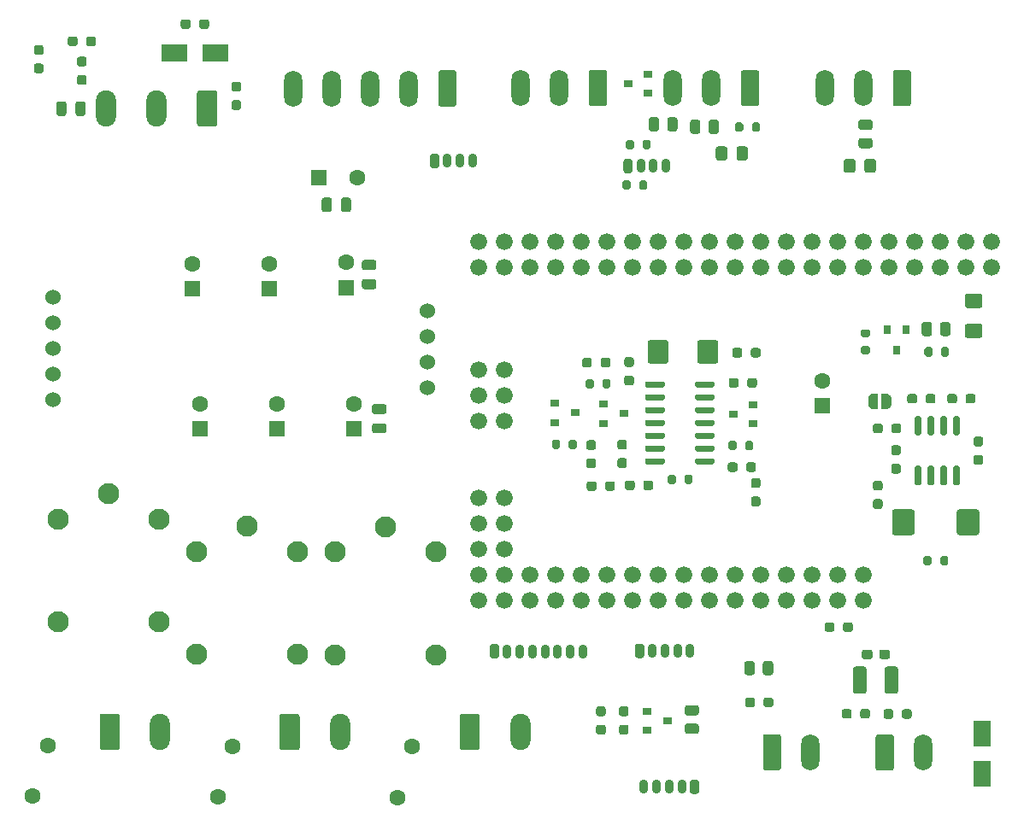
<source format=gbr>
%TF.GenerationSoftware,KiCad,Pcbnew,(5.1.9)-1*%
%TF.CreationDate,2021-04-23T08:11:54+03:00*%
%TF.ProjectId,Car_bs_controller_nex_mega,4361725f-6273-45f6-936f-6e74726f6c6c,rev?*%
%TF.SameCoordinates,Original*%
%TF.FileFunction,Soldermask,Bot*%
%TF.FilePolarity,Negative*%
%FSLAX46Y46*%
G04 Gerber Fmt 4.6, Leading zero omitted, Abs format (unit mm)*
G04 Created by KiCad (PCBNEW (5.1.9)-1) date 2021-04-23 08:11:54*
%MOMM*%
%LPD*%
G01*
G04 APERTURE LIST*
%ADD10C,1.600000*%
%ADD11R,1.600000X1.600000*%
%ADD12C,0.100000*%
%ADD13C,2.100000*%
%ADD14C,1.524000*%
%ADD15O,0.900000X1.400000*%
%ADD16R,0.800000X0.900000*%
%ADD17C,1.676400*%
%ADD18O,2.000000X3.600000*%
%ADD19O,1.800000X3.600000*%
%ADD20R,0.900000X0.800000*%
%ADD21R,1.800000X2.500000*%
%ADD22R,2.500000X1.800000*%
G04 APERTURE END LIST*
%TO.C,L4*%
G36*
G01*
X152740200Y-75922500D02*
X153990200Y-75922500D01*
G75*
G02*
X154240200Y-76172500I0J-250000D01*
G01*
X154240200Y-77097500D01*
G75*
G02*
X153990200Y-77347500I-250000J0D01*
G01*
X152740200Y-77347500D01*
G75*
G02*
X152490200Y-77097500I0J250000D01*
G01*
X152490200Y-76172500D01*
G75*
G02*
X152740200Y-75922500I250000J0D01*
G01*
G37*
G36*
G01*
X152740200Y-72947500D02*
X153990200Y-72947500D01*
G75*
G02*
X154240200Y-73197500I0J-250000D01*
G01*
X154240200Y-74122500D01*
G75*
G02*
X153990200Y-74372500I-250000J0D01*
G01*
X152740200Y-74372500D01*
G75*
G02*
X152490200Y-74122500I0J250000D01*
G01*
X152490200Y-73197500D01*
G75*
G02*
X152740200Y-72947500I250000J0D01*
G01*
G37*
%TD*%
%TO.C,C34*%
G36*
G01*
X125987900Y-79639600D02*
X125987900Y-77789600D01*
G75*
G02*
X126237900Y-77539600I250000J0D01*
G01*
X127812900Y-77539600D01*
G75*
G02*
X128062900Y-77789600I0J-250000D01*
G01*
X128062900Y-79639600D01*
G75*
G02*
X127812900Y-79889600I-250000J0D01*
G01*
X126237900Y-79889600D01*
G75*
G02*
X125987900Y-79639600I0J250000D01*
G01*
G37*
G36*
G01*
X121062900Y-79639600D02*
X121062900Y-77789600D01*
G75*
G02*
X121312900Y-77539600I250000J0D01*
G01*
X122887900Y-77539600D01*
G75*
G02*
X123137900Y-77789600I0J-250000D01*
G01*
X123137900Y-79639600D01*
G75*
G02*
X122887900Y-79889600I-250000J0D01*
G01*
X121312900Y-79889600D01*
G75*
G02*
X121062900Y-79639600I0J250000D01*
G01*
G37*
%TD*%
%TO.C,C33*%
G36*
G01*
X124720400Y-91638800D02*
X124720400Y-91088800D01*
G75*
G02*
X124920400Y-90888800I200000J0D01*
G01*
X125320400Y-90888800D01*
G75*
G02*
X125520400Y-91088800I0J-200000D01*
G01*
X125520400Y-91638800D01*
G75*
G02*
X125320400Y-91838800I-200000J0D01*
G01*
X124920400Y-91838800D01*
G75*
G02*
X124720400Y-91638800I0J200000D01*
G01*
G37*
G36*
G01*
X123070400Y-91638800D02*
X123070400Y-91088800D01*
G75*
G02*
X123270400Y-90888800I200000J0D01*
G01*
X123670400Y-90888800D01*
G75*
G02*
X123870400Y-91088800I0J-200000D01*
G01*
X123870400Y-91638800D01*
G75*
G02*
X123670400Y-91838800I-200000J0D01*
G01*
X123270400Y-91838800D01*
G75*
G02*
X123070400Y-91638800I0J200000D01*
G01*
G37*
%TD*%
%TO.C,R66*%
G36*
G01*
X130830500Y-90382100D02*
X130830500Y-89907100D01*
G75*
G02*
X131068000Y-89669600I237500J0D01*
G01*
X131568000Y-89669600D01*
G75*
G02*
X131805500Y-89907100I0J-237500D01*
G01*
X131805500Y-90382100D01*
G75*
G02*
X131568000Y-90619600I-237500J0D01*
G01*
X131068000Y-90619600D01*
G75*
G02*
X130830500Y-90382100I0J237500D01*
G01*
G37*
G36*
G01*
X129005500Y-90382100D02*
X129005500Y-89907100D01*
G75*
G02*
X129243000Y-89669600I237500J0D01*
G01*
X129743000Y-89669600D01*
G75*
G02*
X129980500Y-89907100I0J-237500D01*
G01*
X129980500Y-90382100D01*
G75*
G02*
X129743000Y-90619600I-237500J0D01*
G01*
X129243000Y-90619600D01*
G75*
G02*
X129005500Y-90382100I0J237500D01*
G01*
G37*
%TD*%
%TO.C,R65*%
G36*
G01*
X131537700Y-93058160D02*
X132012700Y-93058160D01*
G75*
G02*
X132250200Y-93295660I0J-237500D01*
G01*
X132250200Y-93795660D01*
G75*
G02*
X132012700Y-94033160I-237500J0D01*
G01*
X131537700Y-94033160D01*
G75*
G02*
X131300200Y-93795660I0J237500D01*
G01*
X131300200Y-93295660D01*
G75*
G02*
X131537700Y-93058160I237500J0D01*
G01*
G37*
G36*
G01*
X131537700Y-91233160D02*
X132012700Y-91233160D01*
G75*
G02*
X132250200Y-91470660I0J-237500D01*
G01*
X132250200Y-91970660D01*
G75*
G02*
X132012700Y-92208160I-237500J0D01*
G01*
X131537700Y-92208160D01*
G75*
G02*
X131300200Y-91970660I0J237500D01*
G01*
X131300200Y-91470660D01*
G75*
G02*
X131537700Y-91233160I237500J0D01*
G01*
G37*
%TD*%
%TO.C,R57*%
G36*
G01*
X132542000Y-113704500D02*
X132542000Y-113229500D01*
G75*
G02*
X132779500Y-112992000I237500J0D01*
G01*
X133279500Y-112992000D01*
G75*
G02*
X133517000Y-113229500I0J-237500D01*
G01*
X133517000Y-113704500D01*
G75*
G02*
X133279500Y-113942000I-237500J0D01*
G01*
X132779500Y-113942000D01*
G75*
G02*
X132542000Y-113704500I0J237500D01*
G01*
G37*
G36*
G01*
X130717000Y-113704500D02*
X130717000Y-113229500D01*
G75*
G02*
X130954500Y-112992000I237500J0D01*
G01*
X131454500Y-112992000D01*
G75*
G02*
X131692000Y-113229500I0J-237500D01*
G01*
X131692000Y-113704500D01*
G75*
G02*
X131454500Y-113942000I-237500J0D01*
G01*
X130954500Y-113942000D01*
G75*
G02*
X130717000Y-113704500I0J237500D01*
G01*
G37*
%TD*%
%TO.C,R55*%
G36*
G01*
X64600900Y-47692300D02*
X64600900Y-48167300D01*
G75*
G02*
X64363400Y-48404800I-237500J0D01*
G01*
X63863400Y-48404800D01*
G75*
G02*
X63625900Y-48167300I0J237500D01*
G01*
X63625900Y-47692300D01*
G75*
G02*
X63863400Y-47454800I237500J0D01*
G01*
X64363400Y-47454800D01*
G75*
G02*
X64600900Y-47692300I0J-237500D01*
G01*
G37*
G36*
G01*
X66425900Y-47692300D02*
X66425900Y-48167300D01*
G75*
G02*
X66188400Y-48404800I-237500J0D01*
G01*
X65688400Y-48404800D01*
G75*
G02*
X65450900Y-48167300I0J237500D01*
G01*
X65450900Y-47692300D01*
G75*
G02*
X65688400Y-47454800I237500J0D01*
G01*
X66188400Y-47454800D01*
G75*
G02*
X66425900Y-47692300I0J-237500D01*
G01*
G37*
%TD*%
%TO.C,R54*%
G36*
G01*
X64786500Y-51273900D02*
X65261500Y-51273900D01*
G75*
G02*
X65499000Y-51511400I0J-237500D01*
G01*
X65499000Y-52011400D01*
G75*
G02*
X65261500Y-52248900I-237500J0D01*
G01*
X64786500Y-52248900D01*
G75*
G02*
X64549000Y-52011400I0J237500D01*
G01*
X64549000Y-51511400D01*
G75*
G02*
X64786500Y-51273900I237500J0D01*
G01*
G37*
G36*
G01*
X64786500Y-49448900D02*
X65261500Y-49448900D01*
G75*
G02*
X65499000Y-49686400I0J-237500D01*
G01*
X65499000Y-50186400D01*
G75*
G02*
X65261500Y-50423900I-237500J0D01*
G01*
X64786500Y-50423900D01*
G75*
G02*
X64549000Y-50186400I0J237500D01*
G01*
X64549000Y-49686400D01*
G75*
G02*
X64786500Y-49448900I237500J0D01*
G01*
G37*
%TD*%
%TO.C,R50*%
G36*
G01*
X118941860Y-114830680D02*
X118466860Y-114830680D01*
G75*
G02*
X118229360Y-114593180I0J237500D01*
G01*
X118229360Y-114093180D01*
G75*
G02*
X118466860Y-113855680I237500J0D01*
G01*
X118941860Y-113855680D01*
G75*
G02*
X119179360Y-114093180I0J-237500D01*
G01*
X119179360Y-114593180D01*
G75*
G02*
X118941860Y-114830680I-237500J0D01*
G01*
G37*
G36*
G01*
X118941860Y-116655680D02*
X118466860Y-116655680D01*
G75*
G02*
X118229360Y-116418180I0J237500D01*
G01*
X118229360Y-115918180D01*
G75*
G02*
X118466860Y-115680680I237500J0D01*
G01*
X118941860Y-115680680D01*
G75*
G02*
X119179360Y-115918180I0J-237500D01*
G01*
X119179360Y-116418180D01*
G75*
G02*
X118941860Y-116655680I-237500J0D01*
G01*
G37*
%TD*%
%TO.C,R49*%
G36*
G01*
X116206260Y-115689560D02*
X116681260Y-115689560D01*
G75*
G02*
X116918760Y-115927060I0J-237500D01*
G01*
X116918760Y-116427060D01*
G75*
G02*
X116681260Y-116664560I-237500J0D01*
G01*
X116206260Y-116664560D01*
G75*
G02*
X115968760Y-116427060I0J237500D01*
G01*
X115968760Y-115927060D01*
G75*
G02*
X116206260Y-115689560I237500J0D01*
G01*
G37*
G36*
G01*
X116206260Y-113864560D02*
X116681260Y-113864560D01*
G75*
G02*
X116918760Y-114102060I0J-237500D01*
G01*
X116918760Y-114602060D01*
G75*
G02*
X116681260Y-114839560I-237500J0D01*
G01*
X116206260Y-114839560D01*
G75*
G02*
X115968760Y-114602060I0J237500D01*
G01*
X115968760Y-114102060D01*
G75*
G02*
X116206260Y-113864560I237500J0D01*
G01*
G37*
%TD*%
%TO.C,R42*%
G36*
G01*
X145401000Y-114377500D02*
X145401000Y-114852500D01*
G75*
G02*
X145163500Y-115090000I-237500J0D01*
G01*
X144663500Y-115090000D01*
G75*
G02*
X144426000Y-114852500I0J237500D01*
G01*
X144426000Y-114377500D01*
G75*
G02*
X144663500Y-114140000I237500J0D01*
G01*
X145163500Y-114140000D01*
G75*
G02*
X145401000Y-114377500I0J-237500D01*
G01*
G37*
G36*
G01*
X147226000Y-114377500D02*
X147226000Y-114852500D01*
G75*
G02*
X146988500Y-115090000I-237500J0D01*
G01*
X146488500Y-115090000D01*
G75*
G02*
X146251000Y-114852500I0J237500D01*
G01*
X146251000Y-114377500D01*
G75*
G02*
X146488500Y-114140000I237500J0D01*
G01*
X146988500Y-114140000D01*
G75*
G02*
X147226000Y-114377500I0J-237500D01*
G01*
G37*
%TD*%
%TO.C,R39*%
G36*
G01*
X141271000Y-114362500D02*
X141271000Y-114837500D01*
G75*
G02*
X141033500Y-115075000I-237500J0D01*
G01*
X140533500Y-115075000D01*
G75*
G02*
X140296000Y-114837500I0J237500D01*
G01*
X140296000Y-114362500D01*
G75*
G02*
X140533500Y-114125000I237500J0D01*
G01*
X141033500Y-114125000D01*
G75*
G02*
X141271000Y-114362500I0J-237500D01*
G01*
G37*
G36*
G01*
X143096000Y-114362500D02*
X143096000Y-114837500D01*
G75*
G02*
X142858500Y-115075000I-237500J0D01*
G01*
X142358500Y-115075000D01*
G75*
G02*
X142121000Y-114837500I0J237500D01*
G01*
X142121000Y-114362500D01*
G75*
G02*
X142358500Y-114125000I237500J0D01*
G01*
X142858500Y-114125000D01*
G75*
G02*
X143096000Y-114362500I0J-237500D01*
G01*
G37*
%TD*%
%TO.C,R35*%
G36*
G01*
X140425000Y-106237500D02*
X140425000Y-105762500D01*
G75*
G02*
X140662500Y-105525000I237500J0D01*
G01*
X141162500Y-105525000D01*
G75*
G02*
X141400000Y-105762500I0J-237500D01*
G01*
X141400000Y-106237500D01*
G75*
G02*
X141162500Y-106475000I-237500J0D01*
G01*
X140662500Y-106475000D01*
G75*
G02*
X140425000Y-106237500I0J237500D01*
G01*
G37*
G36*
G01*
X138600000Y-106237500D02*
X138600000Y-105762500D01*
G75*
G02*
X138837500Y-105525000I237500J0D01*
G01*
X139337500Y-105525000D01*
G75*
G02*
X139575000Y-105762500I0J-237500D01*
G01*
X139575000Y-106237500D01*
G75*
G02*
X139337500Y-106475000I-237500J0D01*
G01*
X138837500Y-106475000D01*
G75*
G02*
X138600000Y-106237500I0J237500D01*
G01*
G37*
%TD*%
%TO.C,R30*%
G36*
G01*
X145206900Y-86546700D02*
X145206900Y-86071700D01*
G75*
G02*
X145444400Y-85834200I237500J0D01*
G01*
X145944400Y-85834200D01*
G75*
G02*
X146181900Y-86071700I0J-237500D01*
G01*
X146181900Y-86546700D01*
G75*
G02*
X145944400Y-86784200I-237500J0D01*
G01*
X145444400Y-86784200D01*
G75*
G02*
X145206900Y-86546700I0J237500D01*
G01*
G37*
G36*
G01*
X143381900Y-86546700D02*
X143381900Y-86071700D01*
G75*
G02*
X143619400Y-85834200I237500J0D01*
G01*
X144119400Y-85834200D01*
G75*
G02*
X144356900Y-86071700I0J-237500D01*
G01*
X144356900Y-86546700D01*
G75*
G02*
X144119400Y-86784200I-237500J0D01*
G01*
X143619400Y-86784200D01*
G75*
G02*
X143381900Y-86546700I0J237500D01*
G01*
G37*
%TD*%
%TO.C,R29*%
G36*
G01*
X148610500Y-83600300D02*
X148610500Y-83125300D01*
G75*
G02*
X148848000Y-82887800I237500J0D01*
G01*
X149348000Y-82887800D01*
G75*
G02*
X149585500Y-83125300I0J-237500D01*
G01*
X149585500Y-83600300D01*
G75*
G02*
X149348000Y-83837800I-237500J0D01*
G01*
X148848000Y-83837800D01*
G75*
G02*
X148610500Y-83600300I0J237500D01*
G01*
G37*
G36*
G01*
X146785500Y-83600300D02*
X146785500Y-83125300D01*
G75*
G02*
X147023000Y-82887800I237500J0D01*
G01*
X147523000Y-82887800D01*
G75*
G02*
X147760500Y-83125300I0J-237500D01*
G01*
X147760500Y-83600300D01*
G75*
G02*
X147523000Y-83837800I-237500J0D01*
G01*
X147023000Y-83837800D01*
G75*
G02*
X146785500Y-83600300I0J237500D01*
G01*
G37*
%TD*%
%TO.C,R28*%
G36*
G01*
X151719100Y-83125300D02*
X151719100Y-83600300D01*
G75*
G02*
X151481600Y-83837800I-237500J0D01*
G01*
X150981600Y-83837800D01*
G75*
G02*
X150744100Y-83600300I0J237500D01*
G01*
X150744100Y-83125300D01*
G75*
G02*
X150981600Y-82887800I237500J0D01*
G01*
X151481600Y-82887800D01*
G75*
G02*
X151719100Y-83125300I0J-237500D01*
G01*
G37*
G36*
G01*
X153544100Y-83125300D02*
X153544100Y-83600300D01*
G75*
G02*
X153306600Y-83837800I-237500J0D01*
G01*
X152806600Y-83837800D01*
G75*
G02*
X152569100Y-83600300I0J237500D01*
G01*
X152569100Y-83125300D01*
G75*
G02*
X152806600Y-82887800I237500J0D01*
G01*
X153306600Y-82887800D01*
G75*
G02*
X153544100Y-83125300I0J-237500D01*
G01*
G37*
%TD*%
%TO.C,R27*%
G36*
G01*
X145431500Y-89809500D02*
X145906500Y-89809500D01*
G75*
G02*
X146144000Y-90047000I0J-237500D01*
G01*
X146144000Y-90547000D01*
G75*
G02*
X145906500Y-90784500I-237500J0D01*
G01*
X145431500Y-90784500D01*
G75*
G02*
X145194000Y-90547000I0J237500D01*
G01*
X145194000Y-90047000D01*
G75*
G02*
X145431500Y-89809500I237500J0D01*
G01*
G37*
G36*
G01*
X145431500Y-87984500D02*
X145906500Y-87984500D01*
G75*
G02*
X146144000Y-88222000I0J-237500D01*
G01*
X146144000Y-88722000D01*
G75*
G02*
X145906500Y-88959500I-237500J0D01*
G01*
X145431500Y-88959500D01*
G75*
G02*
X145194000Y-88722000I0J237500D01*
G01*
X145194000Y-88222000D01*
G75*
G02*
X145431500Y-87984500I237500J0D01*
G01*
G37*
%TD*%
%TO.C,R26*%
G36*
G01*
X153584900Y-88942100D02*
X154059900Y-88942100D01*
G75*
G02*
X154297400Y-89179600I0J-237500D01*
G01*
X154297400Y-89679600D01*
G75*
G02*
X154059900Y-89917100I-237500J0D01*
G01*
X153584900Y-89917100D01*
G75*
G02*
X153347400Y-89679600I0J237500D01*
G01*
X153347400Y-89179600D01*
G75*
G02*
X153584900Y-88942100I237500J0D01*
G01*
G37*
G36*
G01*
X153584900Y-87117100D02*
X154059900Y-87117100D01*
G75*
G02*
X154297400Y-87354600I0J-237500D01*
G01*
X154297400Y-87854600D01*
G75*
G02*
X154059900Y-88092100I-237500J0D01*
G01*
X153584900Y-88092100D01*
G75*
G02*
X153347400Y-87854600I0J237500D01*
G01*
X153347400Y-87354600D01*
G75*
G02*
X153584900Y-87117100I237500J0D01*
G01*
G37*
%TD*%
%TO.C,R21*%
G36*
G01*
X60519300Y-50132800D02*
X60994300Y-50132800D01*
G75*
G02*
X61231800Y-50370300I0J-237500D01*
G01*
X61231800Y-50870300D01*
G75*
G02*
X60994300Y-51107800I-237500J0D01*
G01*
X60519300Y-51107800D01*
G75*
G02*
X60281800Y-50870300I0J237500D01*
G01*
X60281800Y-50370300D01*
G75*
G02*
X60519300Y-50132800I237500J0D01*
G01*
G37*
G36*
G01*
X60519300Y-48307800D02*
X60994300Y-48307800D01*
G75*
G02*
X61231800Y-48545300I0J-237500D01*
G01*
X61231800Y-49045300D01*
G75*
G02*
X60994300Y-49282800I-237500J0D01*
G01*
X60519300Y-49282800D01*
G75*
G02*
X60281800Y-49045300I0J237500D01*
G01*
X60281800Y-48545300D01*
G75*
G02*
X60519300Y-48307800I237500J0D01*
G01*
G37*
%TD*%
%TO.C,R3*%
G36*
G01*
X75798500Y-45990500D02*
X75798500Y-46465500D01*
G75*
G02*
X75561000Y-46703000I-237500J0D01*
G01*
X75061000Y-46703000D01*
G75*
G02*
X74823500Y-46465500I0J237500D01*
G01*
X74823500Y-45990500D01*
G75*
G02*
X75061000Y-45753000I237500J0D01*
G01*
X75561000Y-45753000D01*
G75*
G02*
X75798500Y-45990500I0J-237500D01*
G01*
G37*
G36*
G01*
X77623500Y-45990500D02*
X77623500Y-46465500D01*
G75*
G02*
X77386000Y-46703000I-237500J0D01*
G01*
X76886000Y-46703000D01*
G75*
G02*
X76648500Y-46465500I0J237500D01*
G01*
X76648500Y-45990500D01*
G75*
G02*
X76886000Y-45753000I237500J0D01*
G01*
X77386000Y-45753000D01*
G75*
G02*
X77623500Y-45990500I0J-237500D01*
G01*
G37*
%TD*%
%TO.C,R2*%
G36*
G01*
X80565000Y-52915000D02*
X80090000Y-52915000D01*
G75*
G02*
X79852500Y-52677500I0J237500D01*
G01*
X79852500Y-52177500D01*
G75*
G02*
X80090000Y-51940000I237500J0D01*
G01*
X80565000Y-51940000D01*
G75*
G02*
X80802500Y-52177500I0J-237500D01*
G01*
X80802500Y-52677500D01*
G75*
G02*
X80565000Y-52915000I-237500J0D01*
G01*
G37*
G36*
G01*
X80565000Y-54740000D02*
X80090000Y-54740000D01*
G75*
G02*
X79852500Y-54502500I0J237500D01*
G01*
X79852500Y-54002500D01*
G75*
G02*
X80090000Y-53765000I237500J0D01*
G01*
X80565000Y-53765000D01*
G75*
G02*
X80802500Y-54002500I0J-237500D01*
G01*
X80802500Y-54502500D01*
G75*
G02*
X80565000Y-54740000I-237500J0D01*
G01*
G37*
%TD*%
%TO.C,C25*%
G36*
G01*
X143353000Y-108469500D02*
X143353000Y-108944500D01*
G75*
G02*
X143115500Y-109182000I-237500J0D01*
G01*
X142515500Y-109182000D01*
G75*
G02*
X142278000Y-108944500I0J237500D01*
G01*
X142278000Y-108469500D01*
G75*
G02*
X142515500Y-108232000I237500J0D01*
G01*
X143115500Y-108232000D01*
G75*
G02*
X143353000Y-108469500I0J-237500D01*
G01*
G37*
G36*
G01*
X145078000Y-108469500D02*
X145078000Y-108944500D01*
G75*
G02*
X144840500Y-109182000I-237500J0D01*
G01*
X144240500Y-109182000D01*
G75*
G02*
X144003000Y-108944500I0J237500D01*
G01*
X144003000Y-108469500D01*
G75*
G02*
X144240500Y-108232000I237500J0D01*
G01*
X144840500Y-108232000D01*
G75*
G02*
X145078000Y-108469500I0J-237500D01*
G01*
G37*
%TD*%
%TO.C,C24*%
G36*
G01*
X142740000Y-110161999D02*
X142740000Y-112362001D01*
G75*
G02*
X142490001Y-112612000I-249999J0D01*
G01*
X141664999Y-112612000D01*
G75*
G02*
X141415000Y-112362001I0J249999D01*
G01*
X141415000Y-110161999D01*
G75*
G02*
X141664999Y-109912000I249999J0D01*
G01*
X142490001Y-109912000D01*
G75*
G02*
X142740000Y-110161999I0J-249999D01*
G01*
G37*
G36*
G01*
X145865000Y-110161999D02*
X145865000Y-112362001D01*
G75*
G02*
X145615001Y-112612000I-249999J0D01*
G01*
X144789999Y-112612000D01*
G75*
G02*
X144540000Y-112362001I0J249999D01*
G01*
X144540000Y-110161999D01*
G75*
G02*
X144789999Y-109912000I249999J0D01*
G01*
X145615001Y-109912000D01*
G75*
G02*
X145865000Y-110161999I0J-249999D01*
G01*
G37*
%TD*%
%TO.C,C23*%
G36*
G01*
X143628100Y-93314700D02*
X144103100Y-93314700D01*
G75*
G02*
X144340600Y-93552200I0J-237500D01*
G01*
X144340600Y-94052200D01*
G75*
G02*
X144103100Y-94289700I-237500J0D01*
G01*
X143628100Y-94289700D01*
G75*
G02*
X143390600Y-94052200I0J237500D01*
G01*
X143390600Y-93552200D01*
G75*
G02*
X143628100Y-93314700I237500J0D01*
G01*
G37*
G36*
G01*
X143628100Y-91489700D02*
X144103100Y-91489700D01*
G75*
G02*
X144340600Y-91727200I0J-237500D01*
G01*
X144340600Y-92227200D01*
G75*
G02*
X144103100Y-92464700I-237500J0D01*
G01*
X143628100Y-92464700D01*
G75*
G02*
X143390600Y-92227200I0J237500D01*
G01*
X143390600Y-91727200D01*
G75*
G02*
X143628100Y-91489700I237500J0D01*
G01*
G37*
%TD*%
D10*
%TO.C,C20*%
X138404600Y-81584800D03*
D11*
X138404600Y-84084800D03*
%TD*%
D10*
%TO.C,C13*%
X75946000Y-69953500D03*
D11*
X75946000Y-72453500D03*
%TD*%
D10*
%TO.C,C11*%
X91186000Y-69839200D03*
D11*
X91186000Y-72339200D03*
%TD*%
%TO.C,C1*%
G36*
G01*
X62494500Y-55085000D02*
X62494500Y-54135000D01*
G75*
G02*
X62744500Y-53885000I250000J0D01*
G01*
X63244500Y-53885000D01*
G75*
G02*
X63494500Y-54135000I0J-250000D01*
G01*
X63494500Y-55085000D01*
G75*
G02*
X63244500Y-55335000I-250000J0D01*
G01*
X62744500Y-55335000D01*
G75*
G02*
X62494500Y-55085000I0J250000D01*
G01*
G37*
G36*
G01*
X64394500Y-55085000D02*
X64394500Y-54135000D01*
G75*
G02*
X64644500Y-53885000I250000J0D01*
G01*
X65144500Y-53885000D01*
G75*
G02*
X65394500Y-54135000I0J-250000D01*
G01*
X65394500Y-55085000D01*
G75*
G02*
X65144500Y-55335000I-250000J0D01*
G01*
X64644500Y-55335000D01*
G75*
G02*
X64394500Y-55085000I0J250000D01*
G01*
G37*
%TD*%
D10*
%TO.C,C12*%
X83616800Y-69991600D03*
D11*
X83616800Y-72491600D03*
%TD*%
D10*
%TO.C,C9*%
X76708000Y-83860000D03*
D11*
X76708000Y-86360000D03*
%TD*%
D10*
%TO.C,C8*%
X84328000Y-83860000D03*
D11*
X84328000Y-86360000D03*
%TD*%
D10*
%TO.C,C7*%
X91948000Y-83860000D03*
D11*
X91948000Y-86360000D03*
%TD*%
%TO.C,U6*%
G36*
G01*
X120806800Y-89710400D02*
X120806800Y-89410400D01*
G75*
G02*
X120956800Y-89260400I150000J0D01*
G01*
X122606800Y-89260400D01*
G75*
G02*
X122756800Y-89410400I0J-150000D01*
G01*
X122756800Y-89710400D01*
G75*
G02*
X122606800Y-89860400I-150000J0D01*
G01*
X120956800Y-89860400D01*
G75*
G02*
X120806800Y-89710400I0J150000D01*
G01*
G37*
G36*
G01*
X120806800Y-88440400D02*
X120806800Y-88140400D01*
G75*
G02*
X120956800Y-87990400I150000J0D01*
G01*
X122606800Y-87990400D01*
G75*
G02*
X122756800Y-88140400I0J-150000D01*
G01*
X122756800Y-88440400D01*
G75*
G02*
X122606800Y-88590400I-150000J0D01*
G01*
X120956800Y-88590400D01*
G75*
G02*
X120806800Y-88440400I0J150000D01*
G01*
G37*
G36*
G01*
X120806800Y-87170400D02*
X120806800Y-86870400D01*
G75*
G02*
X120956800Y-86720400I150000J0D01*
G01*
X122606800Y-86720400D01*
G75*
G02*
X122756800Y-86870400I0J-150000D01*
G01*
X122756800Y-87170400D01*
G75*
G02*
X122606800Y-87320400I-150000J0D01*
G01*
X120956800Y-87320400D01*
G75*
G02*
X120806800Y-87170400I0J150000D01*
G01*
G37*
G36*
G01*
X120806800Y-85900400D02*
X120806800Y-85600400D01*
G75*
G02*
X120956800Y-85450400I150000J0D01*
G01*
X122606800Y-85450400D01*
G75*
G02*
X122756800Y-85600400I0J-150000D01*
G01*
X122756800Y-85900400D01*
G75*
G02*
X122606800Y-86050400I-150000J0D01*
G01*
X120956800Y-86050400D01*
G75*
G02*
X120806800Y-85900400I0J150000D01*
G01*
G37*
G36*
G01*
X120806800Y-84630400D02*
X120806800Y-84330400D01*
G75*
G02*
X120956800Y-84180400I150000J0D01*
G01*
X122606800Y-84180400D01*
G75*
G02*
X122756800Y-84330400I0J-150000D01*
G01*
X122756800Y-84630400D01*
G75*
G02*
X122606800Y-84780400I-150000J0D01*
G01*
X120956800Y-84780400D01*
G75*
G02*
X120806800Y-84630400I0J150000D01*
G01*
G37*
G36*
G01*
X120806800Y-83360400D02*
X120806800Y-83060400D01*
G75*
G02*
X120956800Y-82910400I150000J0D01*
G01*
X122606800Y-82910400D01*
G75*
G02*
X122756800Y-83060400I0J-150000D01*
G01*
X122756800Y-83360400D01*
G75*
G02*
X122606800Y-83510400I-150000J0D01*
G01*
X120956800Y-83510400D01*
G75*
G02*
X120806800Y-83360400I0J150000D01*
G01*
G37*
G36*
G01*
X120806800Y-82090400D02*
X120806800Y-81790400D01*
G75*
G02*
X120956800Y-81640400I150000J0D01*
G01*
X122606800Y-81640400D01*
G75*
G02*
X122756800Y-81790400I0J-150000D01*
G01*
X122756800Y-82090400D01*
G75*
G02*
X122606800Y-82240400I-150000J0D01*
G01*
X120956800Y-82240400D01*
G75*
G02*
X120806800Y-82090400I0J150000D01*
G01*
G37*
G36*
G01*
X125756800Y-82090400D02*
X125756800Y-81790400D01*
G75*
G02*
X125906800Y-81640400I150000J0D01*
G01*
X127556800Y-81640400D01*
G75*
G02*
X127706800Y-81790400I0J-150000D01*
G01*
X127706800Y-82090400D01*
G75*
G02*
X127556800Y-82240400I-150000J0D01*
G01*
X125906800Y-82240400D01*
G75*
G02*
X125756800Y-82090400I0J150000D01*
G01*
G37*
G36*
G01*
X125756800Y-83360400D02*
X125756800Y-83060400D01*
G75*
G02*
X125906800Y-82910400I150000J0D01*
G01*
X127556800Y-82910400D01*
G75*
G02*
X127706800Y-83060400I0J-150000D01*
G01*
X127706800Y-83360400D01*
G75*
G02*
X127556800Y-83510400I-150000J0D01*
G01*
X125906800Y-83510400D01*
G75*
G02*
X125756800Y-83360400I0J150000D01*
G01*
G37*
G36*
G01*
X125756800Y-84630400D02*
X125756800Y-84330400D01*
G75*
G02*
X125906800Y-84180400I150000J0D01*
G01*
X127556800Y-84180400D01*
G75*
G02*
X127706800Y-84330400I0J-150000D01*
G01*
X127706800Y-84630400D01*
G75*
G02*
X127556800Y-84780400I-150000J0D01*
G01*
X125906800Y-84780400D01*
G75*
G02*
X125756800Y-84630400I0J150000D01*
G01*
G37*
G36*
G01*
X125756800Y-85900400D02*
X125756800Y-85600400D01*
G75*
G02*
X125906800Y-85450400I150000J0D01*
G01*
X127556800Y-85450400D01*
G75*
G02*
X127706800Y-85600400I0J-150000D01*
G01*
X127706800Y-85900400D01*
G75*
G02*
X127556800Y-86050400I-150000J0D01*
G01*
X125906800Y-86050400D01*
G75*
G02*
X125756800Y-85900400I0J150000D01*
G01*
G37*
G36*
G01*
X125756800Y-87170400D02*
X125756800Y-86870400D01*
G75*
G02*
X125906800Y-86720400I150000J0D01*
G01*
X127556800Y-86720400D01*
G75*
G02*
X127706800Y-86870400I0J-150000D01*
G01*
X127706800Y-87170400D01*
G75*
G02*
X127556800Y-87320400I-150000J0D01*
G01*
X125906800Y-87320400D01*
G75*
G02*
X125756800Y-87170400I0J150000D01*
G01*
G37*
G36*
G01*
X125756800Y-88440400D02*
X125756800Y-88140400D01*
G75*
G02*
X125906800Y-87990400I150000J0D01*
G01*
X127556800Y-87990400D01*
G75*
G02*
X127706800Y-88140400I0J-150000D01*
G01*
X127706800Y-88440400D01*
G75*
G02*
X127556800Y-88590400I-150000J0D01*
G01*
X125906800Y-88590400D01*
G75*
G02*
X125756800Y-88440400I0J150000D01*
G01*
G37*
G36*
G01*
X125756800Y-89710400D02*
X125756800Y-89410400D01*
G75*
G02*
X125906800Y-89260400I150000J0D01*
G01*
X127556800Y-89260400D01*
G75*
G02*
X127706800Y-89410400I0J-150000D01*
G01*
X127706800Y-89710400D01*
G75*
G02*
X127556800Y-89860400I-150000J0D01*
G01*
X125906800Y-89860400D01*
G75*
G02*
X125756800Y-89710400I0J150000D01*
G01*
G37*
%TD*%
D12*
%TO.C,JP1*%
G36*
X143403800Y-84366198D02*
G01*
X143379266Y-84366198D01*
X143330435Y-84361388D01*
X143282310Y-84351816D01*
X143235355Y-84337572D01*
X143190022Y-84318795D01*
X143146749Y-84295664D01*
X143105950Y-84268404D01*
X143068021Y-84237276D01*
X143033324Y-84202579D01*
X143002196Y-84164650D01*
X142974936Y-84123851D01*
X142951805Y-84080578D01*
X142933028Y-84035245D01*
X142918784Y-83988290D01*
X142909212Y-83940165D01*
X142904402Y-83891334D01*
X142904402Y-83866800D01*
X142903800Y-83866800D01*
X142903800Y-83366800D01*
X142904402Y-83366800D01*
X142904402Y-83342266D01*
X142909212Y-83293435D01*
X142918784Y-83245310D01*
X142933028Y-83198355D01*
X142951805Y-83153022D01*
X142974936Y-83109749D01*
X143002196Y-83068950D01*
X143033324Y-83031021D01*
X143068021Y-82996324D01*
X143105950Y-82965196D01*
X143146749Y-82937936D01*
X143190022Y-82914805D01*
X143235355Y-82896028D01*
X143282310Y-82881784D01*
X143330435Y-82872212D01*
X143379266Y-82867402D01*
X143403800Y-82867402D01*
X143403800Y-82866800D01*
X143903800Y-82866800D01*
X143903800Y-84366800D01*
X143403800Y-84366800D01*
X143403800Y-84366198D01*
G37*
G36*
X144203800Y-82866800D02*
G01*
X144703800Y-82866800D01*
X144703800Y-82867402D01*
X144728334Y-82867402D01*
X144777165Y-82872212D01*
X144825290Y-82881784D01*
X144872245Y-82896028D01*
X144917578Y-82914805D01*
X144960851Y-82937936D01*
X145001650Y-82965196D01*
X145039579Y-82996324D01*
X145074276Y-83031021D01*
X145105404Y-83068950D01*
X145132664Y-83109749D01*
X145155795Y-83153022D01*
X145174572Y-83198355D01*
X145188816Y-83245310D01*
X145198388Y-83293435D01*
X145203198Y-83342266D01*
X145203198Y-83366800D01*
X145203800Y-83366800D01*
X145203800Y-83866800D01*
X145203198Y-83866800D01*
X145203198Y-83891334D01*
X145198388Y-83940165D01*
X145188816Y-83988290D01*
X145174572Y-84035245D01*
X145155795Y-84080578D01*
X145132664Y-84123851D01*
X145105404Y-84164650D01*
X145074276Y-84202579D01*
X145039579Y-84237276D01*
X145001650Y-84268404D01*
X144960851Y-84295664D01*
X144917578Y-84318795D01*
X144872245Y-84337572D01*
X144825290Y-84351816D01*
X144777165Y-84361388D01*
X144728334Y-84366198D01*
X144703800Y-84366198D01*
X144703800Y-84366800D01*
X144203800Y-84366800D01*
X144203800Y-82866800D01*
G37*
%TD*%
D13*
%TO.C,REL3*%
X67691000Y-92773500D03*
X72691000Y-95273500D03*
X62691000Y-95273500D03*
X72691000Y-105473500D03*
X62691000Y-105473500D03*
%TD*%
%TO.C,REL2*%
X95076000Y-96052000D03*
X100076000Y-98552000D03*
X90076000Y-98552000D03*
X100076000Y-108752000D03*
X90076000Y-108752000D03*
%TD*%
%TO.C,REL1*%
X81423500Y-96012000D03*
X86423500Y-98512000D03*
X76423500Y-98512000D03*
X86423500Y-108712000D03*
X76423500Y-108712000D03*
%TD*%
%TO.C,R68*%
G36*
G01*
X131282620Y-79043540D02*
X131282620Y-78568540D01*
G75*
G02*
X131520120Y-78331040I237500J0D01*
G01*
X132020120Y-78331040D01*
G75*
G02*
X132257620Y-78568540I0J-237500D01*
G01*
X132257620Y-79043540D01*
G75*
G02*
X132020120Y-79281040I-237500J0D01*
G01*
X131520120Y-79281040D01*
G75*
G02*
X131282620Y-79043540I0J237500D01*
G01*
G37*
G36*
G01*
X129457620Y-79043540D02*
X129457620Y-78568540D01*
G75*
G02*
X129695120Y-78331040I237500J0D01*
G01*
X130195120Y-78331040D01*
G75*
G02*
X130432620Y-78568540I0J-237500D01*
G01*
X130432620Y-79043540D01*
G75*
G02*
X130195120Y-79281040I-237500J0D01*
G01*
X129695120Y-79281040D01*
G75*
G02*
X129457620Y-79043540I0J237500D01*
G01*
G37*
%TD*%
%TO.C,R67*%
G36*
G01*
X131903300Y-81550500D02*
X131903300Y-82025500D01*
G75*
G02*
X131665800Y-82263000I-237500J0D01*
G01*
X131165800Y-82263000D01*
G75*
G02*
X130928300Y-82025500I0J237500D01*
G01*
X130928300Y-81550500D01*
G75*
G02*
X131165800Y-81313000I237500J0D01*
G01*
X131665800Y-81313000D01*
G75*
G02*
X131903300Y-81550500I0J-237500D01*
G01*
G37*
G36*
G01*
X130078300Y-81550500D02*
X130078300Y-82025500D01*
G75*
G02*
X129840800Y-82263000I-237500J0D01*
G01*
X129340800Y-82263000D01*
G75*
G02*
X129103300Y-82025500I0J237500D01*
G01*
X129103300Y-81550500D01*
G75*
G02*
X129340800Y-81313000I237500J0D01*
G01*
X129840800Y-81313000D01*
G75*
G02*
X130078300Y-81550500I0J-237500D01*
G01*
G37*
%TD*%
%TO.C,R64*%
G36*
G01*
X116856700Y-92261700D02*
X116856700Y-91786700D01*
G75*
G02*
X117094200Y-91549200I237500J0D01*
G01*
X117594200Y-91549200D01*
G75*
G02*
X117831700Y-91786700I0J-237500D01*
G01*
X117831700Y-92261700D01*
G75*
G02*
X117594200Y-92499200I-237500J0D01*
G01*
X117094200Y-92499200D01*
G75*
G02*
X116856700Y-92261700I0J237500D01*
G01*
G37*
G36*
G01*
X115031700Y-92261700D02*
X115031700Y-91786700D01*
G75*
G02*
X115269200Y-91549200I237500J0D01*
G01*
X115769200Y-91549200D01*
G75*
G02*
X116006700Y-91786700I0J-237500D01*
G01*
X116006700Y-92261700D01*
G75*
G02*
X115769200Y-92499200I-237500J0D01*
G01*
X115269200Y-92499200D01*
G75*
G02*
X115031700Y-92261700I0J237500D01*
G01*
G37*
%TD*%
%TO.C,R63*%
G36*
G01*
X120641300Y-92185500D02*
X120641300Y-91710500D01*
G75*
G02*
X120878800Y-91473000I237500J0D01*
G01*
X121378800Y-91473000D01*
G75*
G02*
X121616300Y-91710500I0J-237500D01*
G01*
X121616300Y-92185500D01*
G75*
G02*
X121378800Y-92423000I-237500J0D01*
G01*
X120878800Y-92423000D01*
G75*
G02*
X120641300Y-92185500I0J237500D01*
G01*
G37*
G36*
G01*
X118816300Y-92185500D02*
X118816300Y-91710500D01*
G75*
G02*
X119053800Y-91473000I237500J0D01*
G01*
X119553800Y-91473000D01*
G75*
G02*
X119791300Y-91710500I0J-237500D01*
G01*
X119791300Y-92185500D01*
G75*
G02*
X119553800Y-92423000I-237500J0D01*
G01*
X119053800Y-92423000D01*
G75*
G02*
X118816300Y-92185500I0J237500D01*
G01*
G37*
%TD*%
%TO.C,R62*%
G36*
G01*
X118779300Y-88400700D02*
X118304300Y-88400700D01*
G75*
G02*
X118066800Y-88163200I0J237500D01*
G01*
X118066800Y-87663200D01*
G75*
G02*
X118304300Y-87425700I237500J0D01*
G01*
X118779300Y-87425700D01*
G75*
G02*
X119016800Y-87663200I0J-237500D01*
G01*
X119016800Y-88163200D01*
G75*
G02*
X118779300Y-88400700I-237500J0D01*
G01*
G37*
G36*
G01*
X118779300Y-90225700D02*
X118304300Y-90225700D01*
G75*
G02*
X118066800Y-89988200I0J237500D01*
G01*
X118066800Y-89488200D01*
G75*
G02*
X118304300Y-89250700I237500J0D01*
G01*
X118779300Y-89250700D01*
G75*
G02*
X119016800Y-89488200I0J-237500D01*
G01*
X119016800Y-89988200D01*
G75*
G02*
X118779300Y-90225700I-237500J0D01*
G01*
G37*
%TD*%
%TO.C,R61*%
G36*
G01*
X114574500Y-80018900D02*
X114574500Y-79543900D01*
G75*
G02*
X114812000Y-79306400I237500J0D01*
G01*
X115312000Y-79306400D01*
G75*
G02*
X115549500Y-79543900I0J-237500D01*
G01*
X115549500Y-80018900D01*
G75*
G02*
X115312000Y-80256400I-237500J0D01*
G01*
X114812000Y-80256400D01*
G75*
G02*
X114574500Y-80018900I0J237500D01*
G01*
G37*
G36*
G01*
X116399500Y-80018900D02*
X116399500Y-79543900D01*
G75*
G02*
X116637000Y-79306400I237500J0D01*
G01*
X117137000Y-79306400D01*
G75*
G02*
X117374500Y-79543900I0J-237500D01*
G01*
X117374500Y-80018900D01*
G75*
G02*
X117137000Y-80256400I-237500J0D01*
G01*
X116637000Y-80256400D01*
G75*
G02*
X116399500Y-80018900I0J237500D01*
G01*
G37*
%TD*%
%TO.C,R60*%
G36*
G01*
X115705900Y-90272700D02*
X115230900Y-90272700D01*
G75*
G02*
X114993400Y-90035200I0J237500D01*
G01*
X114993400Y-89535200D01*
G75*
G02*
X115230900Y-89297700I237500J0D01*
G01*
X115705900Y-89297700D01*
G75*
G02*
X115943400Y-89535200I0J-237500D01*
G01*
X115943400Y-90035200D01*
G75*
G02*
X115705900Y-90272700I-237500J0D01*
G01*
G37*
G36*
G01*
X115705900Y-88447700D02*
X115230900Y-88447700D01*
G75*
G02*
X114993400Y-88210200I0J237500D01*
G01*
X114993400Y-87710200D01*
G75*
G02*
X115230900Y-87472700I237500J0D01*
G01*
X115705900Y-87472700D01*
G75*
G02*
X115943400Y-87710200I0J-237500D01*
G01*
X115943400Y-88210200D01*
G75*
G02*
X115705900Y-88447700I-237500J0D01*
G01*
G37*
%TD*%
%TO.C,R59*%
G36*
G01*
X118990100Y-79243100D02*
X119465100Y-79243100D01*
G75*
G02*
X119702600Y-79480600I0J-237500D01*
G01*
X119702600Y-79980600D01*
G75*
G02*
X119465100Y-80218100I-237500J0D01*
G01*
X118990100Y-80218100D01*
G75*
G02*
X118752600Y-79980600I0J237500D01*
G01*
X118752600Y-79480600D01*
G75*
G02*
X118990100Y-79243100I237500J0D01*
G01*
G37*
G36*
G01*
X118990100Y-81068100D02*
X119465100Y-81068100D01*
G75*
G02*
X119702600Y-81305600I0J-237500D01*
G01*
X119702600Y-81805600D01*
G75*
G02*
X119465100Y-82043100I-237500J0D01*
G01*
X118990100Y-82043100D01*
G75*
G02*
X118752600Y-81805600I0J237500D01*
G01*
X118752600Y-81305600D01*
G75*
G02*
X118990100Y-81068100I237500J0D01*
G01*
G37*
%TD*%
%TO.C,L3*%
G36*
G01*
X129861620Y-59494841D02*
X129861620Y-58594839D01*
G75*
G02*
X130111619Y-58344840I249999J0D01*
G01*
X130761621Y-58344840D01*
G75*
G02*
X131011620Y-58594839I0J-249999D01*
G01*
X131011620Y-59494841D01*
G75*
G02*
X130761621Y-59744840I-249999J0D01*
G01*
X130111619Y-59744840D01*
G75*
G02*
X129861620Y-59494841I0J249999D01*
G01*
G37*
G36*
G01*
X127811620Y-59494841D02*
X127811620Y-58594839D01*
G75*
G02*
X128061619Y-58344840I249999J0D01*
G01*
X128711621Y-58344840D01*
G75*
G02*
X128961620Y-58594839I0J-249999D01*
G01*
X128961620Y-59494841D01*
G75*
G02*
X128711621Y-59744840I-249999J0D01*
G01*
X128061619Y-59744840D01*
G75*
G02*
X127811620Y-59494841I0J249999D01*
G01*
G37*
%TD*%
%TO.C,L2*%
G36*
G01*
X143691300Y-59824199D02*
X143691300Y-60724201D01*
G75*
G02*
X143441301Y-60974200I-249999J0D01*
G01*
X142791299Y-60974200D01*
G75*
G02*
X142541300Y-60724201I0J249999D01*
G01*
X142541300Y-59824199D01*
G75*
G02*
X142791299Y-59574200I249999J0D01*
G01*
X143441301Y-59574200D01*
G75*
G02*
X143691300Y-59824199I0J-249999D01*
G01*
G37*
G36*
G01*
X141641300Y-59824199D02*
X141641300Y-60724201D01*
G75*
G02*
X141391301Y-60974200I-249999J0D01*
G01*
X140741299Y-60974200D01*
G75*
G02*
X140491300Y-60724201I0J249999D01*
G01*
X140491300Y-59824199D01*
G75*
G02*
X140741299Y-59574200I249999J0D01*
G01*
X141391301Y-59574200D01*
G75*
G02*
X141641300Y-59824199I0J-249999D01*
G01*
G37*
%TD*%
D14*
%TO.C,D8*%
X62133600Y-73324900D03*
X62133600Y-75864900D03*
X62133600Y-78404900D03*
X62133600Y-80944900D03*
X62133600Y-83484900D03*
X99268400Y-74671100D03*
X99268400Y-77211100D03*
X99268400Y-79751100D03*
X99268400Y-82291100D03*
%TD*%
%TO.C,C35*%
G36*
G01*
X131540200Y-87736000D02*
X131540200Y-88286000D01*
G75*
G02*
X131340200Y-88486000I-200000J0D01*
G01*
X130940200Y-88486000D01*
G75*
G02*
X130740200Y-88286000I0J200000D01*
G01*
X130740200Y-87736000D01*
G75*
G02*
X130940200Y-87536000I200000J0D01*
G01*
X131340200Y-87536000D01*
G75*
G02*
X131540200Y-87736000I0J-200000D01*
G01*
G37*
G36*
G01*
X129890200Y-87736000D02*
X129890200Y-88286000D01*
G75*
G02*
X129690200Y-88486000I-200000J0D01*
G01*
X129290200Y-88486000D01*
G75*
G02*
X129090200Y-88286000I0J200000D01*
G01*
X129090200Y-87736000D01*
G75*
G02*
X129290200Y-87536000I200000J0D01*
G01*
X129690200Y-87536000D01*
G75*
G02*
X129890200Y-87736000I0J-200000D01*
G01*
G37*
%TD*%
%TO.C,C32*%
G36*
G01*
X112389600Y-87609000D02*
X112389600Y-88159000D01*
G75*
G02*
X112189600Y-88359000I-200000J0D01*
G01*
X111789600Y-88359000D01*
G75*
G02*
X111589600Y-88159000I0J200000D01*
G01*
X111589600Y-87609000D01*
G75*
G02*
X111789600Y-87409000I200000J0D01*
G01*
X112189600Y-87409000D01*
G75*
G02*
X112389600Y-87609000I0J-200000D01*
G01*
G37*
G36*
G01*
X114039600Y-87609000D02*
X114039600Y-88159000D01*
G75*
G02*
X113839600Y-88359000I-200000J0D01*
G01*
X113439600Y-88359000D01*
G75*
G02*
X113239600Y-88159000I0J200000D01*
G01*
X113239600Y-87609000D01*
G75*
G02*
X113439600Y-87409000I200000J0D01*
G01*
X113839600Y-87409000D01*
G75*
G02*
X114039600Y-87609000I0J-200000D01*
G01*
G37*
%TD*%
%TO.C,C30*%
G36*
G01*
X115741400Y-81589200D02*
X115741400Y-82139200D01*
G75*
G02*
X115541400Y-82339200I-200000J0D01*
G01*
X115141400Y-82339200D01*
G75*
G02*
X114941400Y-82139200I0J200000D01*
G01*
X114941400Y-81589200D01*
G75*
G02*
X115141400Y-81389200I200000J0D01*
G01*
X115541400Y-81389200D01*
G75*
G02*
X115741400Y-81589200I0J-200000D01*
G01*
G37*
G36*
G01*
X117391400Y-81589200D02*
X117391400Y-82139200D01*
G75*
G02*
X117191400Y-82339200I-200000J0D01*
G01*
X116791400Y-82339200D01*
G75*
G02*
X116591400Y-82139200I0J200000D01*
G01*
X116591400Y-81589200D01*
G75*
G02*
X116791400Y-81389200I200000J0D01*
G01*
X117191400Y-81389200D01*
G75*
G02*
X117391400Y-81589200I0J-200000D01*
G01*
G37*
%TD*%
%TO.C,C21*%
G36*
G01*
X153930600Y-94580599D02*
X153930600Y-96630601D01*
G75*
G02*
X153680601Y-96880600I-249999J0D01*
G01*
X151930599Y-96880600D01*
G75*
G02*
X151680600Y-96630601I0J249999D01*
G01*
X151680600Y-94580599D01*
G75*
G02*
X151930599Y-94330600I249999J0D01*
G01*
X153680601Y-94330600D01*
G75*
G02*
X153930600Y-94580599I0J-249999D01*
G01*
G37*
G36*
G01*
X147530600Y-94580599D02*
X147530600Y-96630601D01*
G75*
G02*
X147280601Y-96880600I-249999J0D01*
G01*
X145530599Y-96880600D01*
G75*
G02*
X145280600Y-96630601I0J249999D01*
G01*
X145280600Y-94580599D01*
G75*
G02*
X145530599Y-94330600I249999J0D01*
G01*
X147280601Y-94330600D01*
G75*
G02*
X147530600Y-94580599I0J-249999D01*
G01*
G37*
%TD*%
%TO.C,R53*%
G36*
G01*
X119373600Y-61904200D02*
X119373600Y-62454200D01*
G75*
G02*
X119173600Y-62654200I-200000J0D01*
G01*
X118773600Y-62654200D01*
G75*
G02*
X118573600Y-62454200I0J200000D01*
G01*
X118573600Y-61904200D01*
G75*
G02*
X118773600Y-61704200I200000J0D01*
G01*
X119173600Y-61704200D01*
G75*
G02*
X119373600Y-61904200I0J-200000D01*
G01*
G37*
G36*
G01*
X121023600Y-61904200D02*
X121023600Y-62454200D01*
G75*
G02*
X120823600Y-62654200I-200000J0D01*
G01*
X120423600Y-62654200D01*
G75*
G02*
X120223600Y-62454200I0J200000D01*
G01*
X120223600Y-61904200D01*
G75*
G02*
X120423600Y-61704200I200000J0D01*
G01*
X120823600Y-61704200D01*
G75*
G02*
X121023600Y-61904200I0J-200000D01*
G01*
G37*
%TD*%
%TO.C,R52*%
G36*
G01*
X119729200Y-57891000D02*
X119729200Y-58441000D01*
G75*
G02*
X119529200Y-58641000I-200000J0D01*
G01*
X119129200Y-58641000D01*
G75*
G02*
X118929200Y-58441000I0J200000D01*
G01*
X118929200Y-57891000D01*
G75*
G02*
X119129200Y-57691000I200000J0D01*
G01*
X119529200Y-57691000D01*
G75*
G02*
X119729200Y-57891000I0J-200000D01*
G01*
G37*
G36*
G01*
X121379200Y-57891000D02*
X121379200Y-58441000D01*
G75*
G02*
X121179200Y-58641000I-200000J0D01*
G01*
X120779200Y-58641000D01*
G75*
G02*
X120579200Y-58441000I0J200000D01*
G01*
X120579200Y-57891000D01*
G75*
G02*
X120779200Y-57691000I200000J0D01*
G01*
X121179200Y-57691000D01*
G75*
G02*
X121379200Y-57891000I0J-200000D01*
G01*
G37*
%TD*%
D15*
%TO.C,J12*%
X122876000Y-60299600D03*
X121626000Y-60299600D03*
X120376000Y-60299600D03*
G36*
G01*
X118676000Y-60774600D02*
X118676000Y-59824600D01*
G75*
G02*
X118901000Y-59599600I225000J0D01*
G01*
X119351000Y-59599600D01*
G75*
G02*
X119576000Y-59824600I0J-225000D01*
G01*
X119576000Y-60774600D01*
G75*
G02*
X119351000Y-60999600I-225000J0D01*
G01*
X118901000Y-60999600D01*
G75*
G02*
X118676000Y-60774600I0J225000D01*
G01*
G37*
%TD*%
%TO.C,J8*%
X120710000Y-121839000D03*
X121960000Y-121839000D03*
X123210000Y-121839000D03*
X124460000Y-121839000D03*
G36*
G01*
X126160000Y-121364000D02*
X126160000Y-122314000D01*
G75*
G02*
X125935000Y-122539000I-225000J0D01*
G01*
X125485000Y-122539000D01*
G75*
G02*
X125260000Y-122314000I0J225000D01*
G01*
X125260000Y-121364000D01*
G75*
G02*
X125485000Y-121139000I225000J0D01*
G01*
X125935000Y-121139000D01*
G75*
G02*
X126160000Y-121364000I0J-225000D01*
G01*
G37*
%TD*%
D16*
%TO.C,U5*%
X144795200Y-76546200D03*
X146695200Y-76546200D03*
X145745200Y-78546200D03*
%TD*%
%TO.C,U2*%
G36*
G01*
X151813400Y-91954800D02*
X151513400Y-91954800D01*
G75*
G02*
X151363400Y-91804800I0J150000D01*
G01*
X151363400Y-90154800D01*
G75*
G02*
X151513400Y-90004800I150000J0D01*
G01*
X151813400Y-90004800D01*
G75*
G02*
X151963400Y-90154800I0J-150000D01*
G01*
X151963400Y-91804800D01*
G75*
G02*
X151813400Y-91954800I-150000J0D01*
G01*
G37*
G36*
G01*
X150543400Y-91954800D02*
X150243400Y-91954800D01*
G75*
G02*
X150093400Y-91804800I0J150000D01*
G01*
X150093400Y-90154800D01*
G75*
G02*
X150243400Y-90004800I150000J0D01*
G01*
X150543400Y-90004800D01*
G75*
G02*
X150693400Y-90154800I0J-150000D01*
G01*
X150693400Y-91804800D01*
G75*
G02*
X150543400Y-91954800I-150000J0D01*
G01*
G37*
G36*
G01*
X149273400Y-91954800D02*
X148973400Y-91954800D01*
G75*
G02*
X148823400Y-91804800I0J150000D01*
G01*
X148823400Y-90154800D01*
G75*
G02*
X148973400Y-90004800I150000J0D01*
G01*
X149273400Y-90004800D01*
G75*
G02*
X149423400Y-90154800I0J-150000D01*
G01*
X149423400Y-91804800D01*
G75*
G02*
X149273400Y-91954800I-150000J0D01*
G01*
G37*
G36*
G01*
X148003400Y-91954800D02*
X147703400Y-91954800D01*
G75*
G02*
X147553400Y-91804800I0J150000D01*
G01*
X147553400Y-90154800D01*
G75*
G02*
X147703400Y-90004800I150000J0D01*
G01*
X148003400Y-90004800D01*
G75*
G02*
X148153400Y-90154800I0J-150000D01*
G01*
X148153400Y-91804800D01*
G75*
G02*
X148003400Y-91954800I-150000J0D01*
G01*
G37*
G36*
G01*
X148003400Y-87004800D02*
X147703400Y-87004800D01*
G75*
G02*
X147553400Y-86854800I0J150000D01*
G01*
X147553400Y-85204800D01*
G75*
G02*
X147703400Y-85054800I150000J0D01*
G01*
X148003400Y-85054800D01*
G75*
G02*
X148153400Y-85204800I0J-150000D01*
G01*
X148153400Y-86854800D01*
G75*
G02*
X148003400Y-87004800I-150000J0D01*
G01*
G37*
G36*
G01*
X149273400Y-87004800D02*
X148973400Y-87004800D01*
G75*
G02*
X148823400Y-86854800I0J150000D01*
G01*
X148823400Y-85204800D01*
G75*
G02*
X148973400Y-85054800I150000J0D01*
G01*
X149273400Y-85054800D01*
G75*
G02*
X149423400Y-85204800I0J-150000D01*
G01*
X149423400Y-86854800D01*
G75*
G02*
X149273400Y-87004800I-150000J0D01*
G01*
G37*
G36*
G01*
X150543400Y-87004800D02*
X150243400Y-87004800D01*
G75*
G02*
X150093400Y-86854800I0J150000D01*
G01*
X150093400Y-85204800D01*
G75*
G02*
X150243400Y-85054800I150000J0D01*
G01*
X150543400Y-85054800D01*
G75*
G02*
X150693400Y-85204800I0J-150000D01*
G01*
X150693400Y-86854800D01*
G75*
G02*
X150543400Y-87004800I-150000J0D01*
G01*
G37*
G36*
G01*
X151813400Y-87004800D02*
X151513400Y-87004800D01*
G75*
G02*
X151363400Y-86854800I0J150000D01*
G01*
X151363400Y-85204800D01*
G75*
G02*
X151513400Y-85054800I150000J0D01*
G01*
X151813400Y-85054800D01*
G75*
G02*
X151963400Y-85204800I0J-150000D01*
G01*
X151963400Y-86854800D01*
G75*
G02*
X151813400Y-87004800I-150000J0D01*
G01*
G37*
%TD*%
D17*
%TO.C,U1*%
X155126000Y-70292000D03*
X155126000Y-67752000D03*
X152586000Y-70292000D03*
X152586000Y-67752000D03*
X150046000Y-67752000D03*
X150046000Y-70292000D03*
X147506000Y-70292000D03*
X147506000Y-67752000D03*
X144966000Y-67752000D03*
X144966000Y-70292000D03*
X142426000Y-70292000D03*
X142426000Y-67752000D03*
X139886000Y-67752000D03*
X137346000Y-67752000D03*
X134806000Y-67752000D03*
X132266000Y-67752000D03*
X129726000Y-67752000D03*
X127186000Y-67752000D03*
X124646000Y-67752000D03*
X122106000Y-67752000D03*
X119566000Y-67752000D03*
X117026000Y-67752000D03*
X139886000Y-70292000D03*
X137346000Y-70292000D03*
X134806000Y-70292000D03*
X132266000Y-70292000D03*
X129726000Y-70292000D03*
X127186000Y-70292000D03*
X124646000Y-70292000D03*
X122106000Y-70292000D03*
X119566000Y-70292000D03*
X117026000Y-70292000D03*
X114486000Y-67752000D03*
X111946000Y-67752000D03*
X109406000Y-67752000D03*
X106866000Y-67752000D03*
X104326000Y-67752000D03*
X104326000Y-70292000D03*
X106866000Y-70292000D03*
X109406000Y-70292000D03*
X111946000Y-70292000D03*
X114486000Y-70292000D03*
X142426000Y-100772000D03*
X142426000Y-103312000D03*
X139886000Y-103312000D03*
X139886000Y-100772000D03*
X137346000Y-100772000D03*
X137346000Y-103312000D03*
X134806000Y-103312000D03*
X134806000Y-100772000D03*
X132266000Y-103312000D03*
X132266000Y-100772000D03*
X129726000Y-103312000D03*
X129726000Y-100772000D03*
X127186000Y-103312000D03*
X127186000Y-100772000D03*
X124646000Y-103312000D03*
X124646000Y-100772000D03*
X122106000Y-103312000D03*
X122106000Y-100772000D03*
X119566000Y-103312000D03*
X119566000Y-100772000D03*
X117026000Y-103312000D03*
X117026000Y-100772000D03*
X114486000Y-103312000D03*
X114486000Y-100772000D03*
X111946000Y-103312000D03*
X111946000Y-100772000D03*
X109406000Y-103312000D03*
X109406000Y-100772000D03*
X106866000Y-103312000D03*
X106866000Y-100772000D03*
X104326000Y-103312000D03*
X104326000Y-100772000D03*
X104326000Y-98232000D03*
X106866000Y-98232000D03*
X106866000Y-95692000D03*
X104326000Y-95692000D03*
X104326000Y-93152000D03*
X106866000Y-93152000D03*
X106866000Y-80452000D03*
X104326000Y-80452000D03*
X106866000Y-82992000D03*
X106866000Y-85532000D03*
X104326000Y-85532000D03*
X104326000Y-82992000D03*
%TD*%
D10*
%TO.C,RV4*%
X61634500Y-117745500D03*
X60134500Y-122745500D03*
%TD*%
%TO.C,RV3*%
X97766000Y-117872500D03*
X96266000Y-122872500D03*
%TD*%
%TO.C,RV2*%
X79986000Y-117809000D03*
X78486000Y-122809000D03*
%TD*%
%TO.C,R56*%
G36*
G01*
X132475000Y-110518002D02*
X132475000Y-109617998D01*
G75*
G02*
X132724998Y-109368000I249998J0D01*
G01*
X133250002Y-109368000D01*
G75*
G02*
X133500000Y-109617998I0J-249998D01*
G01*
X133500000Y-110518002D01*
G75*
G02*
X133250002Y-110768000I-249998J0D01*
G01*
X132724998Y-110768000D01*
G75*
G02*
X132475000Y-110518002I0J249998D01*
G01*
G37*
G36*
G01*
X130650000Y-110518002D02*
X130650000Y-109617998D01*
G75*
G02*
X130899998Y-109368000I249998J0D01*
G01*
X131425002Y-109368000D01*
G75*
G02*
X131675000Y-109617998I0J-249998D01*
G01*
X131675000Y-110518002D01*
G75*
G02*
X131425002Y-110768000I-249998J0D01*
G01*
X130899998Y-110768000D01*
G75*
G02*
X130650000Y-110518002I0J249998D01*
G01*
G37*
%TD*%
%TO.C,R58*%
G36*
G01*
X148208300Y-76904002D02*
X148208300Y-76003998D01*
G75*
G02*
X148458298Y-75754000I249998J0D01*
G01*
X148983302Y-75754000D01*
G75*
G02*
X149233300Y-76003998I0J-249998D01*
G01*
X149233300Y-76904002D01*
G75*
G02*
X148983302Y-77154000I-249998J0D01*
G01*
X148458298Y-77154000D01*
G75*
G02*
X148208300Y-76904002I0J249998D01*
G01*
G37*
G36*
G01*
X150033300Y-76904002D02*
X150033300Y-76003998D01*
G75*
G02*
X150283298Y-75754000I249998J0D01*
G01*
X150808302Y-75754000D01*
G75*
G02*
X151058300Y-76003998I0J-249998D01*
G01*
X151058300Y-76904002D01*
G75*
G02*
X150808302Y-77154000I-249998J0D01*
G01*
X150283298Y-77154000D01*
G75*
G02*
X150033300Y-76904002I0J249998D01*
G01*
G37*
%TD*%
%TO.C,R51*%
G36*
G01*
X125900602Y-116587960D02*
X125000598Y-116587960D01*
G75*
G02*
X124750600Y-116337962I0J249998D01*
G01*
X124750600Y-115812958D01*
G75*
G02*
X125000598Y-115562960I249998J0D01*
G01*
X125900602Y-115562960D01*
G75*
G02*
X126150600Y-115812958I0J-249998D01*
G01*
X126150600Y-116337962D01*
G75*
G02*
X125900602Y-116587960I-249998J0D01*
G01*
G37*
G36*
G01*
X125900602Y-114762960D02*
X125000598Y-114762960D01*
G75*
G02*
X124750600Y-114512962I0J249998D01*
G01*
X124750600Y-113987958D01*
G75*
G02*
X125000598Y-113737960I249998J0D01*
G01*
X125900602Y-113737960D01*
G75*
G02*
X126150600Y-113987958I0J-249998D01*
G01*
X126150600Y-114512962D01*
G75*
G02*
X125900602Y-114762960I-249998J0D01*
G01*
G37*
%TD*%
%TO.C,R25*%
G36*
G01*
X130537400Y-56163800D02*
X130537400Y-56713800D01*
G75*
G02*
X130337400Y-56913800I-200000J0D01*
G01*
X129937400Y-56913800D01*
G75*
G02*
X129737400Y-56713800I0J200000D01*
G01*
X129737400Y-56163800D01*
G75*
G02*
X129937400Y-55963800I200000J0D01*
G01*
X130337400Y-55963800D01*
G75*
G02*
X130537400Y-56163800I0J-200000D01*
G01*
G37*
G36*
G01*
X132187400Y-56163800D02*
X132187400Y-56713800D01*
G75*
G02*
X131987400Y-56913800I-200000J0D01*
G01*
X131587400Y-56913800D01*
G75*
G02*
X131387400Y-56713800I0J200000D01*
G01*
X131387400Y-56163800D01*
G75*
G02*
X131587400Y-55963800I200000J0D01*
G01*
X131987400Y-55963800D01*
G75*
G02*
X132187400Y-56163800I0J-200000D01*
G01*
G37*
%TD*%
%TO.C,R20*%
G36*
G01*
X126297100Y-55950698D02*
X126297100Y-56850702D01*
G75*
G02*
X126047102Y-57100700I-249998J0D01*
G01*
X125522098Y-57100700D01*
G75*
G02*
X125272100Y-56850702I0J249998D01*
G01*
X125272100Y-55950698D01*
G75*
G02*
X125522098Y-55700700I249998J0D01*
G01*
X126047102Y-55700700D01*
G75*
G02*
X126297100Y-55950698I0J-249998D01*
G01*
G37*
G36*
G01*
X128122100Y-55950698D02*
X128122100Y-56850702D01*
G75*
G02*
X127872102Y-57100700I-249998J0D01*
G01*
X127347098Y-57100700D01*
G75*
G02*
X127097100Y-56850702I0J249998D01*
G01*
X127097100Y-55950698D01*
G75*
G02*
X127347098Y-55700700I249998J0D01*
G01*
X127872102Y-55700700D01*
G75*
G02*
X128122100Y-55950698I0J-249998D01*
G01*
G37*
%TD*%
%TO.C,R19*%
G36*
G01*
X143096002Y-56719500D02*
X142195998Y-56719500D01*
G75*
G02*
X141946000Y-56469502I0J249998D01*
G01*
X141946000Y-55944498D01*
G75*
G02*
X142195998Y-55694500I249998J0D01*
G01*
X143096002Y-55694500D01*
G75*
G02*
X143346000Y-55944498I0J-249998D01*
G01*
X143346000Y-56469502D01*
G75*
G02*
X143096002Y-56719500I-249998J0D01*
G01*
G37*
G36*
G01*
X143096002Y-58544500D02*
X142195998Y-58544500D01*
G75*
G02*
X141946000Y-58294502I0J249998D01*
G01*
X141946000Y-57769498D01*
G75*
G02*
X142195998Y-57519500I249998J0D01*
G01*
X143096002Y-57519500D01*
G75*
G02*
X143346000Y-57769498I0J-249998D01*
G01*
X143346000Y-58294502D01*
G75*
G02*
X143096002Y-58544500I-249998J0D01*
G01*
G37*
%TD*%
%TO.C,R18*%
G36*
G01*
X122207700Y-55706858D02*
X122207700Y-56606862D01*
G75*
G02*
X121957702Y-56856860I-249998J0D01*
G01*
X121432698Y-56856860D01*
G75*
G02*
X121182700Y-56606862I0J249998D01*
G01*
X121182700Y-55706858D01*
G75*
G02*
X121432698Y-55456860I249998J0D01*
G01*
X121957702Y-55456860D01*
G75*
G02*
X122207700Y-55706858I0J-249998D01*
G01*
G37*
G36*
G01*
X124032700Y-55706858D02*
X124032700Y-56606862D01*
G75*
G02*
X123782702Y-56856860I-249998J0D01*
G01*
X123257698Y-56856860D01*
G75*
G02*
X123007700Y-56606862I0J249998D01*
G01*
X123007700Y-55706858D01*
G75*
G02*
X123257698Y-55456860I249998J0D01*
G01*
X123782702Y-55456860D01*
G75*
G02*
X124032700Y-55706858I0J-249998D01*
G01*
G37*
%TD*%
D18*
%TO.C,J15*%
X108439000Y-116398000D03*
G36*
G01*
X102439000Y-117948000D02*
X102439000Y-114848000D01*
G75*
G02*
X102689000Y-114598000I250000J0D01*
G01*
X104189000Y-114598000D01*
G75*
G02*
X104439000Y-114848000I0J-250000D01*
G01*
X104439000Y-117948000D01*
G75*
G02*
X104189000Y-118198000I-250000J0D01*
G01*
X102689000Y-118198000D01*
G75*
G02*
X102439000Y-117948000I0J250000D01*
G01*
G37*
%TD*%
%TO.C,J14*%
X90598000Y-116408000D03*
G36*
G01*
X84598000Y-117958000D02*
X84598000Y-114858000D01*
G75*
G02*
X84848000Y-114608000I250000J0D01*
G01*
X86348000Y-114608000D01*
G75*
G02*
X86598000Y-114858000I0J-250000D01*
G01*
X86598000Y-117958000D01*
G75*
G02*
X86348000Y-118208000I-250000J0D01*
G01*
X84848000Y-118208000D01*
G75*
G02*
X84598000Y-117958000I0J250000D01*
G01*
G37*
%TD*%
%TO.C,J13*%
X72787500Y-116373000D03*
G36*
G01*
X66787500Y-117923000D02*
X66787500Y-114823000D01*
G75*
G02*
X67037500Y-114573000I250000J0D01*
G01*
X68537500Y-114573000D01*
G75*
G02*
X68787500Y-114823000I0J-250000D01*
G01*
X68787500Y-117923000D01*
G75*
G02*
X68537500Y-118173000I-250000J0D01*
G01*
X67037500Y-118173000D01*
G75*
G02*
X66787500Y-117923000I0J250000D01*
G01*
G37*
%TD*%
D19*
%TO.C,J7*%
X138643000Y-52572900D03*
X142453000Y-52572900D03*
G36*
G01*
X147163000Y-51022900D02*
X147163000Y-54122900D01*
G75*
G02*
X146913000Y-54372900I-250000J0D01*
G01*
X145613000Y-54372900D01*
G75*
G02*
X145363000Y-54122900I0J250000D01*
G01*
X145363000Y-51022900D01*
G75*
G02*
X145613000Y-50772900I250000J0D01*
G01*
X146913000Y-50772900D01*
G75*
G02*
X147163000Y-51022900I0J-250000D01*
G01*
G37*
%TD*%
%TO.C,J6*%
X137201000Y-118415000D03*
G36*
G01*
X132491000Y-119965000D02*
X132491000Y-116865000D01*
G75*
G02*
X132741000Y-116615000I250000J0D01*
G01*
X134041000Y-116615000D01*
G75*
G02*
X134291000Y-116865000I0J-250000D01*
G01*
X134291000Y-119965000D01*
G75*
G02*
X134041000Y-120215000I-250000J0D01*
G01*
X132741000Y-120215000D01*
G75*
G02*
X132491000Y-119965000I0J250000D01*
G01*
G37*
%TD*%
%TO.C,J5*%
X148361000Y-118440000D03*
G36*
G01*
X143651000Y-119990000D02*
X143651000Y-116890000D01*
G75*
G02*
X143901000Y-116640000I250000J0D01*
G01*
X145201000Y-116640000D01*
G75*
G02*
X145451000Y-116890000I0J-250000D01*
G01*
X145451000Y-119990000D01*
G75*
G02*
X145201000Y-120240000I-250000J0D01*
G01*
X143901000Y-120240000D01*
G75*
G02*
X143651000Y-119990000I0J250000D01*
G01*
G37*
%TD*%
%TO.C,J4*%
X123591000Y-52572900D03*
X127401000Y-52572900D03*
G36*
G01*
X132111000Y-51022900D02*
X132111000Y-54122900D01*
G75*
G02*
X131861000Y-54372900I-250000J0D01*
G01*
X130561000Y-54372900D01*
G75*
G02*
X130311000Y-54122900I0J250000D01*
G01*
X130311000Y-51022900D01*
G75*
G02*
X130561000Y-50772900I250000J0D01*
G01*
X131861000Y-50772900D01*
G75*
G02*
X132111000Y-51022900I0J-250000D01*
G01*
G37*
%TD*%
%TO.C,J3*%
X108514000Y-52547500D03*
X112324000Y-52547500D03*
G36*
G01*
X117034000Y-50997500D02*
X117034000Y-54097500D01*
G75*
G02*
X116784000Y-54347500I-250000J0D01*
G01*
X115484000Y-54347500D01*
G75*
G02*
X115234000Y-54097500I0J250000D01*
G01*
X115234000Y-50997500D01*
G75*
G02*
X115484000Y-50747500I250000J0D01*
G01*
X116784000Y-50747500D01*
G75*
G02*
X117034000Y-50997500I0J-250000D01*
G01*
G37*
%TD*%
%TO.C,J2*%
X85996000Y-52603400D03*
X89806000Y-52603400D03*
X93616000Y-52603400D03*
X97426000Y-52603400D03*
G36*
G01*
X102136000Y-51053400D02*
X102136000Y-54153400D01*
G75*
G02*
X101886000Y-54403400I-250000J0D01*
G01*
X100586000Y-54403400D01*
G75*
G02*
X100336000Y-54153400I0J250000D01*
G01*
X100336000Y-51053400D01*
G75*
G02*
X100586000Y-50803400I250000J0D01*
G01*
X101886000Y-50803400D01*
G75*
G02*
X102136000Y-51053400I0J-250000D01*
G01*
G37*
%TD*%
D18*
%TO.C,J1*%
X67429400Y-54584600D03*
X72429400Y-54584600D03*
G36*
G01*
X78429400Y-53034600D02*
X78429400Y-56134600D01*
G75*
G02*
X78179400Y-56384600I-250000J0D01*
G01*
X76679400Y-56384600D01*
G75*
G02*
X76429400Y-56134600I0J250000D01*
G01*
X76429400Y-53034600D01*
G75*
G02*
X76679400Y-52784600I250000J0D01*
G01*
X78179400Y-52784600D01*
G75*
G02*
X78429400Y-53034600I0J-250000D01*
G01*
G37*
%TD*%
D20*
%TO.C,D46*%
X131540000Y-83936800D03*
X131540000Y-85836800D03*
X129540000Y-84886800D03*
%TD*%
%TO.C,D45*%
X113893600Y-84759800D03*
X111893600Y-83809800D03*
X111893600Y-85709800D03*
%TD*%
%TO.C,D44*%
X118694200Y-84836000D03*
X116694200Y-83886000D03*
X116694200Y-85786000D03*
%TD*%
D21*
%TO.C,D35*%
X154224000Y-116542000D03*
X154224000Y-120542000D03*
%TD*%
D20*
%TO.C,D29*%
X119126760Y-52153820D03*
X121126760Y-53103820D03*
X121126760Y-51203820D03*
%TD*%
D22*
%TO.C,D3*%
X74220300Y-49103300D03*
X78220300Y-49103300D03*
%TD*%
%TO.C,C31*%
G36*
G01*
X142371400Y-76485800D02*
X142921400Y-76485800D01*
G75*
G02*
X143121400Y-76685800I0J-200000D01*
G01*
X143121400Y-77085800D01*
G75*
G02*
X142921400Y-77285800I-200000J0D01*
G01*
X142371400Y-77285800D01*
G75*
G02*
X142171400Y-77085800I0J200000D01*
G01*
X142171400Y-76685800D01*
G75*
G02*
X142371400Y-76485800I200000J0D01*
G01*
G37*
G36*
G01*
X142371400Y-78135800D02*
X142921400Y-78135800D01*
G75*
G02*
X143121400Y-78335800I0J-200000D01*
G01*
X143121400Y-78735800D01*
G75*
G02*
X142921400Y-78935800I-200000J0D01*
G01*
X142371400Y-78935800D01*
G75*
G02*
X142171400Y-78735800I0J200000D01*
G01*
X142171400Y-78335800D01*
G75*
G02*
X142371400Y-78135800I200000J0D01*
G01*
G37*
%TD*%
%TO.C,C29*%
G36*
G01*
X150932600Y-78439600D02*
X150932600Y-78989600D01*
G75*
G02*
X150732600Y-79189600I-200000J0D01*
G01*
X150332600Y-79189600D01*
G75*
G02*
X150132600Y-78989600I0J200000D01*
G01*
X150132600Y-78439600D01*
G75*
G02*
X150332600Y-78239600I200000J0D01*
G01*
X150732600Y-78239600D01*
G75*
G02*
X150932600Y-78439600I0J-200000D01*
G01*
G37*
G36*
G01*
X149282600Y-78439600D02*
X149282600Y-78989600D01*
G75*
G02*
X149082600Y-79189600I-200000J0D01*
G01*
X148682600Y-79189600D01*
G75*
G02*
X148482600Y-78989600I0J200000D01*
G01*
X148482600Y-78439600D01*
G75*
G02*
X148682600Y-78239600I200000J0D01*
G01*
X149082600Y-78239600D01*
G75*
G02*
X149282600Y-78439600I0J-200000D01*
G01*
G37*
%TD*%
%TO.C,C22*%
G36*
G01*
X150843200Y-99140600D02*
X150843200Y-99690600D01*
G75*
G02*
X150643200Y-99890600I-200000J0D01*
G01*
X150243200Y-99890600D01*
G75*
G02*
X150043200Y-99690600I0J200000D01*
G01*
X150043200Y-99140600D01*
G75*
G02*
X150243200Y-98940600I200000J0D01*
G01*
X150643200Y-98940600D01*
G75*
G02*
X150843200Y-99140600I0J-200000D01*
G01*
G37*
G36*
G01*
X149193200Y-99140600D02*
X149193200Y-99690600D01*
G75*
G02*
X148993200Y-99890600I-200000J0D01*
G01*
X148593200Y-99890600D01*
G75*
G02*
X148393200Y-99690600I0J200000D01*
G01*
X148393200Y-99140600D01*
G75*
G02*
X148593200Y-98940600I200000J0D01*
G01*
X148993200Y-98940600D01*
G75*
G02*
X149193200Y-99140600I0J-200000D01*
G01*
G37*
%TD*%
%TO.C,C10*%
G36*
G01*
X93947000Y-70604000D02*
X92997000Y-70604000D01*
G75*
G02*
X92747000Y-70354000I0J250000D01*
G01*
X92747000Y-69854000D01*
G75*
G02*
X92997000Y-69604000I250000J0D01*
G01*
X93947000Y-69604000D01*
G75*
G02*
X94197000Y-69854000I0J-250000D01*
G01*
X94197000Y-70354000D01*
G75*
G02*
X93947000Y-70604000I-250000J0D01*
G01*
G37*
G36*
G01*
X93947000Y-72504000D02*
X92997000Y-72504000D01*
G75*
G02*
X92747000Y-72254000I0J250000D01*
G01*
X92747000Y-71754000D01*
G75*
G02*
X92997000Y-71504000I250000J0D01*
G01*
X93947000Y-71504000D01*
G75*
G02*
X94197000Y-71754000I0J-250000D01*
G01*
X94197000Y-72254000D01*
G75*
G02*
X93947000Y-72504000I-250000J0D01*
G01*
G37*
%TD*%
%TO.C,C6*%
G36*
G01*
X94963000Y-84894000D02*
X94013000Y-84894000D01*
G75*
G02*
X93763000Y-84644000I0J250000D01*
G01*
X93763000Y-84144000D01*
G75*
G02*
X94013000Y-83894000I250000J0D01*
G01*
X94963000Y-83894000D01*
G75*
G02*
X95213000Y-84144000I0J-250000D01*
G01*
X95213000Y-84644000D01*
G75*
G02*
X94963000Y-84894000I-250000J0D01*
G01*
G37*
G36*
G01*
X94963000Y-86794000D02*
X94013000Y-86794000D01*
G75*
G02*
X93763000Y-86544000I0J250000D01*
G01*
X93763000Y-86044000D01*
G75*
G02*
X94013000Y-85794000I250000J0D01*
G01*
X94963000Y-85794000D01*
G75*
G02*
X95213000Y-86044000I0J-250000D01*
G01*
X95213000Y-86544000D01*
G75*
G02*
X94963000Y-86794000I-250000J0D01*
G01*
G37*
%TD*%
%TO.C,C3*%
G36*
G01*
X90686000Y-64610000D02*
X90686000Y-63660000D01*
G75*
G02*
X90936000Y-63410000I250000J0D01*
G01*
X91436000Y-63410000D01*
G75*
G02*
X91686000Y-63660000I0J-250000D01*
G01*
X91686000Y-64610000D01*
G75*
G02*
X91436000Y-64860000I-250000J0D01*
G01*
X90936000Y-64860000D01*
G75*
G02*
X90686000Y-64610000I0J250000D01*
G01*
G37*
G36*
G01*
X88786000Y-64610000D02*
X88786000Y-63660000D01*
G75*
G02*
X89036000Y-63410000I250000J0D01*
G01*
X89536000Y-63410000D01*
G75*
G02*
X89786000Y-63660000I0J-250000D01*
G01*
X89786000Y-64610000D01*
G75*
G02*
X89536000Y-64860000I-250000J0D01*
G01*
X89036000Y-64860000D01*
G75*
G02*
X88786000Y-64610000I0J250000D01*
G01*
G37*
%TD*%
D10*
%TO.C,C2*%
X92319000Y-61468000D03*
D11*
X88519000Y-61468000D03*
%TD*%
D15*
%TO.C,J9*%
X114658000Y-108392000D03*
X113408000Y-108392000D03*
X112158000Y-108392000D03*
X110908000Y-108392000D03*
X109658000Y-108392000D03*
X108408000Y-108392000D03*
X107158000Y-108392000D03*
G36*
G01*
X105458000Y-108867000D02*
X105458000Y-107917000D01*
G75*
G02*
X105683000Y-107692000I225000J0D01*
G01*
X106133000Y-107692000D01*
G75*
G02*
X106358000Y-107917000I0J-225000D01*
G01*
X106358000Y-108867000D01*
G75*
G02*
X106133000Y-109092000I-225000J0D01*
G01*
X105683000Y-109092000D01*
G75*
G02*
X105458000Y-108867000I0J225000D01*
G01*
G37*
%TD*%
%TO.C,J10*%
X125274000Y-108372000D03*
X124024000Y-108372000D03*
X122774000Y-108372000D03*
X121524000Y-108372000D03*
G36*
G01*
X119824000Y-108847000D02*
X119824000Y-107897000D01*
G75*
G02*
X120049000Y-107672000I225000J0D01*
G01*
X120499000Y-107672000D01*
G75*
G02*
X120724000Y-107897000I0J-225000D01*
G01*
X120724000Y-108847000D01*
G75*
G02*
X120499000Y-109072000I-225000J0D01*
G01*
X120049000Y-109072000D01*
G75*
G02*
X119824000Y-108847000I0J225000D01*
G01*
G37*
%TD*%
%TO.C,J11*%
X103733600Y-59791600D03*
X102483600Y-59791600D03*
X101233600Y-59791600D03*
G36*
G01*
X99533600Y-60266600D02*
X99533600Y-59316600D01*
G75*
G02*
X99758600Y-59091600I225000J0D01*
G01*
X100208600Y-59091600D01*
G75*
G02*
X100433600Y-59316600I0J-225000D01*
G01*
X100433600Y-60266600D01*
G75*
G02*
X100208600Y-60491600I-225000J0D01*
G01*
X99758600Y-60491600D01*
G75*
G02*
X99533600Y-60266600I0J225000D01*
G01*
G37*
%TD*%
D20*
%TO.C,Q2*%
X123040140Y-115288060D03*
X121040140Y-114338060D03*
X121040140Y-116238060D03*
%TD*%
M02*

</source>
